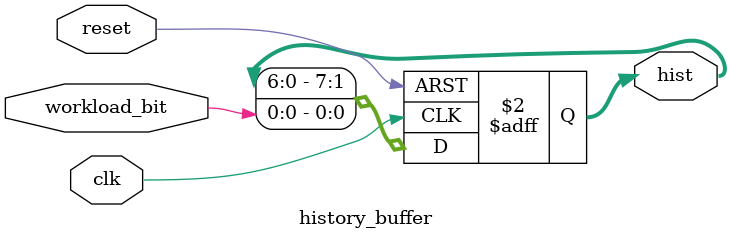
<source format=v>
module history_buffer(
    input clk,
    input reset,
    input workload_bit,
    output reg [7:0] hist
);
always @(posedge clk or posedge reset) begin
    if(reset)
        hist <= 8'b0;
    else
        hist <= {hist[6:0], workload_bit};
end
endmodule

</source>
